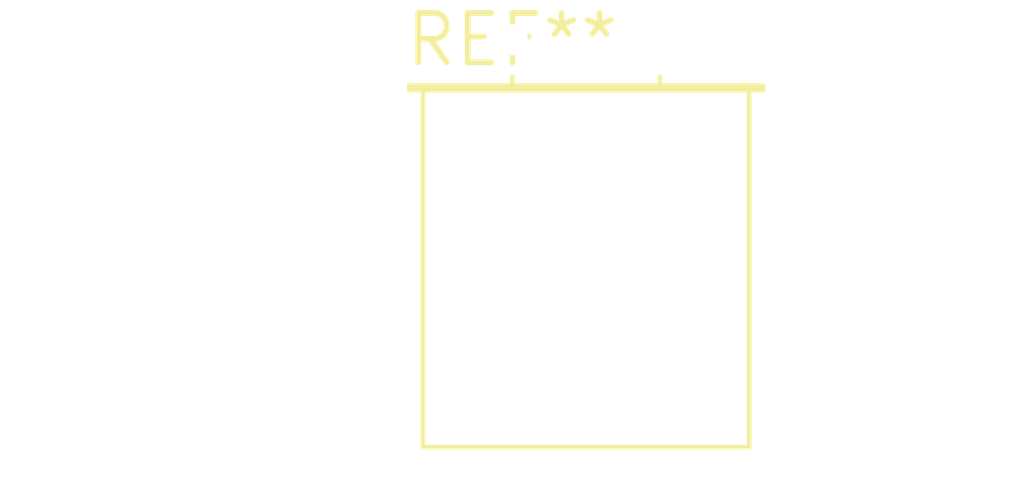
<source format=kicad_pcb>
(kicad_pcb (version 20240108) (generator pcbnew)
  (layers (0 "F.Cu" signal) (31 "B.Cu" signal) (34 "B.Paste" user) (35 "F.Paste" user) (36 "B.SilkS" user "B.Silkscreen") (37 "F.SilkS" user "F.Silkscreen") (38 "B.Mask" user) (39 "F.Mask" user) (44 "Edge.Cuts" user))
  (net 0 "")
  (footprint "Crystal_HC52-U_Horizontal" (layer "F.Cu") (at 0 0)
    (property "Reference" "REF**")
    (property "Value" "Crystal_HC52-U_Horizontal")
    (fp_line (start -2.65 1.18) (end 6.45 1.18) (layer "F.SilkS") (stroke (width 0.12)))
    (fp_line (start -2.65 1.3) (end -2.65 1.18) (layer "F.SilkS") (stroke (width 0.12)))
    (fp_line (start -2.3 1.3) (end -2.3 10.5) (layer "F.SilkS") (stroke (width 0.12)))
    (fp_line (start -2.3 10.5) (end 6.1 10.5) (layer "F.SilkS") (stroke (width 0.12)))
    (fp_line (start 0 0.95) (end 0 0.95) (layer "F.SilkS") (stroke (width 0.12)))
    (fp_line (start 0 1.3) (end 0 0.95) (layer "F.SilkS") (stroke (width 0.12)))
    (fp_line (start 3.8 0.95) (end 3.8 0.95) (layer "F.SilkS") (stroke (width 0.12)))
    (fp_line (start 3.8 1.3) (end 3.8 0.95) (layer "F.SilkS") (stroke (width 0.12)))
    (fp_line (start 6.1 1.3) (end -2.3 1.3) (layer "F.SilkS") (stroke (width 0.12)))
    (fp_line (start 6.1 10.5) (end 6.1 1.3) (layer "F.SilkS") (stroke (width 0.12)))
    (fp_line (start 6.45 1.18) (end 6.45 1.3) (layer "F.SilkS") (stroke (width 0.12)))
    (fp_line (start 6.45 1.3) (end -2.65 1.3) (layer "F.SilkS") (stroke (width 0.12)))
    (pad "1" thru_hole circle (at 0 0) (size 1.5 1.5) (drill 0.8) (layers *.Cu *.Mask) (remove_unused_layers))
    (pad "2" thru_hole circle (at 3.8 0) (size 1.5 1.5) (drill 0.8) (layers *.Cu *.Mask) (remove_unused_layers))
  )
)
</source>
